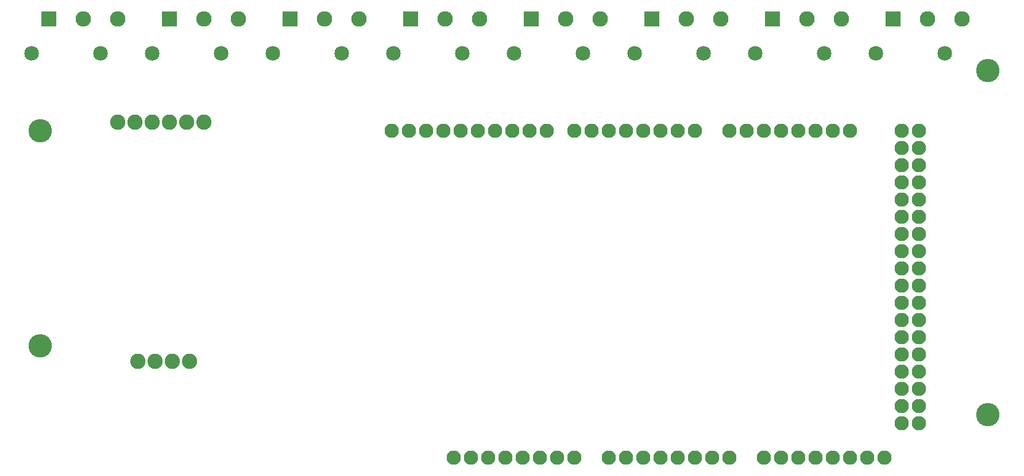
<source format=gts>
G04 MADE WITH FRITZING*
G04 WWW.FRITZING.ORG*
G04 DOUBLE SIDED*
G04 HOLES PLATED*
G04 CONTOUR ON CENTER OF CONTOUR VECTOR*
%ASAXBY*%
%FSLAX23Y23*%
%MOIN*%
%OFA0B0*%
%SFA1.0B1.0*%
%ADD10C,0.090000*%
%ADD11C,0.082917*%
%ADD12C,0.085000*%
%ADD13C,0.088861*%
%ADD14C,0.088833*%
%ADD15C,0.135984*%
%ADD16R,0.090000X0.090000*%
%LNMASK1*%
G90*
G70*
G54D10*
X1190Y2754D03*
X1390Y2754D03*
X990Y2754D03*
G54D11*
X4540Y204D03*
X2940Y204D03*
X4640Y204D03*
X4740Y204D03*
X4840Y204D03*
X4940Y204D03*
X5240Y1604D03*
X5040Y204D03*
X5140Y204D03*
X2980Y2104D03*
X3540Y204D03*
X3640Y204D03*
X3740Y204D03*
X3840Y204D03*
X5240Y804D03*
X3940Y204D03*
X4040Y204D03*
X4140Y204D03*
X4240Y204D03*
X3740Y2104D03*
X5240Y2004D03*
X5240Y1204D03*
X5240Y404D03*
X2580Y2104D03*
X3340Y204D03*
X3340Y2104D03*
X5240Y1804D03*
X5240Y1404D03*
X5240Y1004D03*
X4940Y2104D03*
X5240Y604D03*
X4840Y2104D03*
X4740Y2104D03*
X4640Y2104D03*
X4540Y2104D03*
X4440Y2104D03*
X4340Y2104D03*
X4240Y2104D03*
X2380Y2104D03*
X2780Y2104D03*
X3180Y2104D03*
X2740Y204D03*
X3140Y204D03*
X3940Y2104D03*
X3540Y2104D03*
X5240Y2104D03*
X5240Y1904D03*
X5240Y1704D03*
X5240Y1504D03*
X5240Y1304D03*
X5240Y1104D03*
X5240Y904D03*
X5240Y704D03*
X5240Y504D03*
X2280Y2104D03*
X2480Y2104D03*
X2680Y2104D03*
X2880Y2104D03*
X3080Y2104D03*
X2640Y204D03*
X2840Y204D03*
X3040Y204D03*
X3240Y204D03*
X4040Y2104D03*
X3840Y2104D03*
X3640Y2104D03*
X3440Y2104D03*
X5340Y2104D03*
X5340Y2004D03*
X5340Y1904D03*
X5340Y1804D03*
X5340Y1704D03*
X5340Y1604D03*
X5340Y1504D03*
X5340Y1404D03*
X5340Y1304D03*
X5340Y1204D03*
X5340Y1104D03*
X5340Y1004D03*
X5340Y904D03*
X5340Y804D03*
X5340Y704D03*
X5340Y604D03*
X5340Y504D03*
X5340Y404D03*
X4440Y204D03*
G54D10*
X1890Y2754D03*
X2090Y2754D03*
X1690Y2754D03*
X490Y2754D03*
X690Y2754D03*
X290Y2754D03*
X2590Y2754D03*
X2790Y2754D03*
X2390Y2754D03*
X3990Y2754D03*
X4190Y2754D03*
X3790Y2754D03*
X3290Y2754D03*
X3490Y2754D03*
X3090Y2754D03*
X5390Y2754D03*
X5590Y2754D03*
X5190Y2754D03*
X4690Y2754D03*
X4890Y2754D03*
X4490Y2754D03*
G54D12*
X890Y2554D03*
X1290Y2554D03*
X1590Y2554D03*
X1990Y2554D03*
X2290Y2554D03*
X2690Y2554D03*
X2990Y2554D03*
X3390Y2554D03*
X3690Y2554D03*
X4090Y2554D03*
X4390Y2554D03*
X4790Y2554D03*
X5090Y2554D03*
X5490Y2554D03*
G54D13*
X690Y2154D03*
X790Y2154D03*
X890Y2154D03*
X990Y2154D03*
X1090Y2154D03*
X1190Y2154D03*
G54D14*
X806Y764D03*
X906Y764D03*
X1006Y764D03*
X1106Y764D03*
G54D12*
X190Y2554D03*
X590Y2554D03*
G54D15*
X240Y2104D03*
X240Y854D03*
X5740Y2454D03*
X5740Y454D03*
G54D16*
X990Y2754D03*
X1690Y2754D03*
X290Y2754D03*
X2390Y2754D03*
X3790Y2754D03*
X3090Y2754D03*
X5190Y2754D03*
X4490Y2754D03*
G04 End of Mask1*
M02*
</source>
